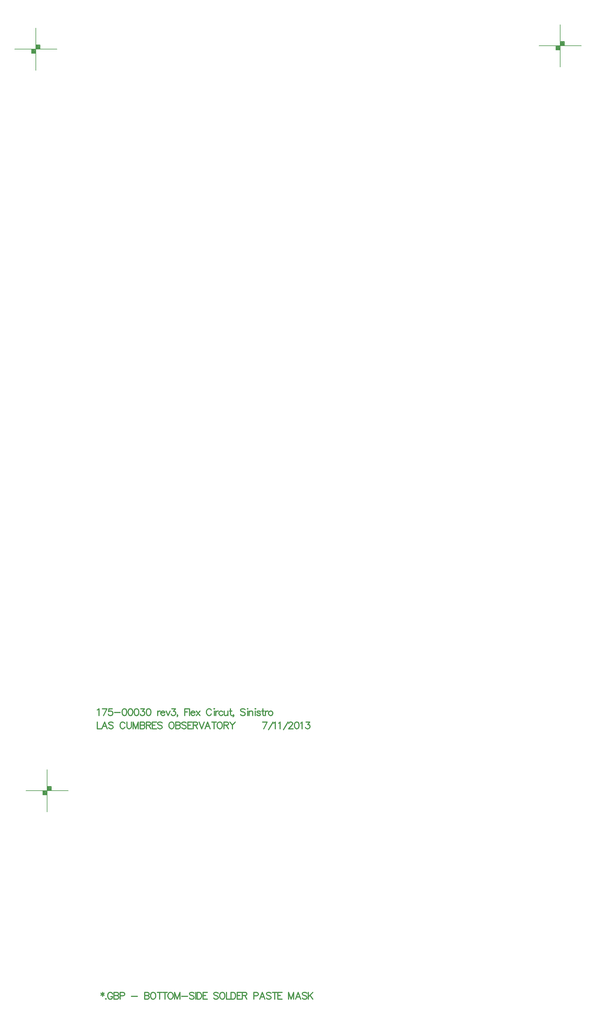
<source format=gbp>
%FSLAX23Y23*%
%MOIN*%
G70*
G01*
G75*
G04 Layer_Color=128*
%ADD10C,0.030*%
%ADD11C,0.010*%
%ADD12R,0.059X0.118*%
%ADD13R,0.010X0.035*%
%ADD14R,0.063X0.071*%
%ADD15C,0.007*%
%ADD16C,0.008*%
%ADD17C,0.005*%
%ADD18C,0.012*%
%ADD19C,0.012*%
%ADD20C,0.012*%
%ADD21C,0.070*%
%ADD22C,0.065*%
%ADD23C,0.035*%
%ADD24C,0.039*%
%ADD25C,0.055*%
%ADD26C,0.071*%
%ADD27C,0.020*%
%ADD28C,0.030*%
%ADD29C,0.024*%
%ADD30C,0.008*%
%ADD31R,0.067X0.126*%
%ADD32R,0.018X0.043*%
%ADD33R,0.071X0.079*%
%ADD34C,0.078*%
%ADD35C,0.073*%
%ADD36C,0.043*%
%ADD37C,0.047*%
%ADD38C,0.063*%
%ADD39C,0.079*%
%ADD40C,0.028*%
%ADD41C,0.038*%
%ADD42C,0.032*%
D16*
X31094Y22868D02*
X31594D01*
X31344Y22618D02*
Y23118D01*
X31394Y22868D02*
Y22918D01*
X31344D02*
X31394D01*
X31294Y22818D02*
Y22868D01*
Y22818D02*
X31344D01*
X31299Y22863D02*
X31339D01*
X31299Y22823D02*
Y22863D01*
Y22823D02*
X31339D01*
Y22863D01*
X31304Y22858D02*
X31334D01*
X31304Y22828D02*
Y22858D01*
Y22828D02*
X31334D01*
Y22853D01*
X31309D02*
X31329D01*
X31309Y22833D02*
Y22853D01*
Y22833D02*
X31329D01*
Y22848D01*
X31314D02*
X31324D01*
X31314Y22838D02*
Y22848D01*
Y22838D02*
X31324D01*
Y22848D01*
X31314Y22843D02*
X31324D01*
X31349Y22913D02*
X31389D01*
X31349Y22873D02*
Y22913D01*
Y22873D02*
X31389D01*
Y22913D01*
X31354Y22908D02*
X31384D01*
X31354Y22878D02*
Y22908D01*
Y22878D02*
X31384D01*
Y22903D01*
X31359D02*
X31379D01*
X31359Y22883D02*
Y22903D01*
Y22883D02*
X31379D01*
Y22898D01*
X31364D02*
X31374D01*
X31364Y22888D02*
Y22898D01*
Y22888D02*
X31374D01*
Y22898D01*
X31364Y22893D02*
X31374D01*
X24895Y22828D02*
X25395D01*
X25145Y22578D02*
Y23078D01*
X25195Y22828D02*
Y22878D01*
X25145D02*
X25195D01*
X25095Y22778D02*
Y22828D01*
Y22778D02*
X25145D01*
X25100Y22823D02*
X25140D01*
X25100Y22783D02*
Y22823D01*
Y22783D02*
X25140D01*
Y22823D01*
X25105Y22818D02*
X25135D01*
X25105Y22788D02*
Y22818D01*
Y22788D02*
X25135D01*
Y22813D01*
X25110D02*
X25130D01*
X25110Y22793D02*
Y22813D01*
Y22793D02*
X25130D01*
Y22808D01*
X25115D02*
X25125D01*
X25115Y22798D02*
Y22808D01*
Y22798D02*
X25125D01*
Y22808D01*
X25115Y22803D02*
X25125D01*
X25150Y22873D02*
X25190D01*
X25150Y22833D02*
Y22873D01*
Y22833D02*
X25190D01*
Y22873D01*
X25155Y22868D02*
X25185D01*
X25155Y22838D02*
Y22868D01*
Y22838D02*
X25185D01*
Y22863D01*
X25160D02*
X25180D01*
X25160Y22843D02*
Y22863D01*
Y22843D02*
X25180D01*
Y22858D01*
X25165D02*
X25175D01*
X25165Y22848D02*
Y22858D01*
Y22848D02*
X25175D01*
Y22858D01*
X25165Y22853D02*
X25175D01*
X25030Y14069D02*
X25530D01*
X25280Y13819D02*
Y14319D01*
X25330Y14069D02*
Y14119D01*
X25280D02*
X25330D01*
X25230Y14019D02*
Y14069D01*
Y14019D02*
X25280D01*
X25235Y14064D02*
X25275D01*
X25235Y14024D02*
Y14064D01*
Y14024D02*
X25275D01*
Y14064D01*
X25240Y14059D02*
X25270D01*
X25240Y14029D02*
Y14059D01*
Y14029D02*
X25270D01*
Y14054D01*
X25245D02*
X25265D01*
X25245Y14034D02*
Y14054D01*
Y14034D02*
X25265D01*
Y14049D01*
X25250D02*
X25260D01*
X25250Y14039D02*
Y14049D01*
Y14039D02*
X25260D01*
Y14049D01*
X25250Y14044D02*
X25260D01*
X25285Y14114D02*
X25325D01*
X25285Y14074D02*
Y14114D01*
Y14074D02*
X25325D01*
Y14114D01*
X25290Y14109D02*
X25320D01*
X25290Y14079D02*
Y14109D01*
Y14079D02*
X25320D01*
Y14104D01*
X25295D02*
X25315D01*
X25295Y14084D02*
Y14104D01*
Y14084D02*
X25315D01*
Y14099D01*
X25300D02*
X25310D01*
X25300Y14089D02*
Y14099D01*
Y14089D02*
X25310D01*
Y14099D01*
X25300Y14094D02*
X25310D01*
D19*
X25874Y14880D02*
Y14800D01*
X25920D01*
X25989D02*
X25959Y14880D01*
X25928Y14800D01*
X25940Y14827D02*
X25978D01*
X26061Y14868D02*
X26054Y14876D01*
X26042Y14880D01*
X26027D01*
X26016Y14876D01*
X26008Y14868D01*
Y14861D01*
X26012Y14853D01*
X26016Y14849D01*
X26023Y14846D01*
X26046Y14838D01*
X26054Y14834D01*
X26057Y14830D01*
X26061Y14823D01*
Y14811D01*
X26054Y14804D01*
X26042Y14800D01*
X26027D01*
X26016Y14804D01*
X26008Y14811D01*
X26199Y14861D02*
X26195Y14868D01*
X26188Y14876D01*
X26180Y14880D01*
X26165D01*
X26157Y14876D01*
X26150Y14868D01*
X26146Y14861D01*
X26142Y14849D01*
Y14830D01*
X26146Y14819D01*
X26150Y14811D01*
X26157Y14804D01*
X26165Y14800D01*
X26180D01*
X26188Y14804D01*
X26195Y14811D01*
X26199Y14819D01*
X26222Y14880D02*
Y14823D01*
X26225Y14811D01*
X26233Y14804D01*
X26244Y14800D01*
X26252D01*
X26264Y14804D01*
X26271Y14811D01*
X26275Y14823D01*
Y14880D01*
X26297D02*
Y14800D01*
Y14880D02*
X26327Y14800D01*
X26358Y14880D02*
X26327Y14800D01*
X26358Y14880D02*
Y14800D01*
X26381Y14880D02*
Y14800D01*
Y14880D02*
X26415D01*
X26427Y14876D01*
X26430Y14872D01*
X26434Y14865D01*
Y14857D01*
X26430Y14849D01*
X26427Y14846D01*
X26415Y14842D01*
X26381D02*
X26415D01*
X26427Y14838D01*
X26430Y14834D01*
X26434Y14827D01*
Y14815D01*
X26430Y14808D01*
X26427Y14804D01*
X26415Y14800D01*
X26381D01*
X26452Y14880D02*
Y14800D01*
Y14880D02*
X26486D01*
X26498Y14876D01*
X26502Y14872D01*
X26505Y14865D01*
Y14857D01*
X26502Y14849D01*
X26498Y14846D01*
X26486Y14842D01*
X26452D01*
X26479D02*
X26505Y14800D01*
X26573Y14880D02*
X26523D01*
Y14800D01*
X26573D01*
X26523Y14842D02*
X26554D01*
X26639Y14868D02*
X26632Y14876D01*
X26620Y14880D01*
X26605D01*
X26594Y14876D01*
X26586Y14868D01*
Y14861D01*
X26590Y14853D01*
X26594Y14849D01*
X26601Y14846D01*
X26624Y14838D01*
X26632Y14834D01*
X26636Y14830D01*
X26639Y14823D01*
Y14811D01*
X26632Y14804D01*
X26620Y14800D01*
X26605D01*
X26594Y14804D01*
X26586Y14811D01*
X26743Y14880D02*
X26735Y14876D01*
X26728Y14868D01*
X26724Y14861D01*
X26720Y14849D01*
Y14830D01*
X26724Y14819D01*
X26728Y14811D01*
X26735Y14804D01*
X26743Y14800D01*
X26758D01*
X26766Y14804D01*
X26773Y14811D01*
X26777Y14819D01*
X26781Y14830D01*
Y14849D01*
X26777Y14861D01*
X26773Y14868D01*
X26766Y14876D01*
X26758Y14880D01*
X26743D01*
X26800D02*
Y14800D01*
Y14880D02*
X26834D01*
X26845Y14876D01*
X26849Y14872D01*
X26853Y14865D01*
Y14857D01*
X26849Y14849D01*
X26845Y14846D01*
X26834Y14842D01*
X26800D02*
X26834D01*
X26845Y14838D01*
X26849Y14834D01*
X26853Y14827D01*
Y14815D01*
X26849Y14808D01*
X26845Y14804D01*
X26834Y14800D01*
X26800D01*
X26924Y14868D02*
X26917Y14876D01*
X26905Y14880D01*
X26890D01*
X26879Y14876D01*
X26871Y14868D01*
Y14861D01*
X26875Y14853D01*
X26879Y14849D01*
X26886Y14846D01*
X26909Y14838D01*
X26917Y14834D01*
X26921Y14830D01*
X26924Y14823D01*
Y14811D01*
X26917Y14804D01*
X26905Y14800D01*
X26890D01*
X26879Y14804D01*
X26871Y14811D01*
X26992Y14880D02*
X26942D01*
Y14800D01*
X26992D01*
X26942Y14842D02*
X26973D01*
X27005Y14880D02*
Y14800D01*
Y14880D02*
X27039D01*
X27051Y14876D01*
X27055Y14872D01*
X27058Y14865D01*
Y14857D01*
X27055Y14849D01*
X27051Y14846D01*
X27039Y14842D01*
X27005D01*
X27032D02*
X27058Y14800D01*
X27076Y14880D02*
X27107Y14800D01*
X27137Y14880D02*
X27107Y14800D01*
X27208D02*
X27178Y14880D01*
X27148Y14800D01*
X27159Y14827D02*
X27197D01*
X27254Y14880D02*
Y14800D01*
X27227Y14880D02*
X27280D01*
X27313D02*
X27305Y14876D01*
X27298Y14868D01*
X27294Y14861D01*
X27290Y14849D01*
Y14830D01*
X27294Y14819D01*
X27298Y14811D01*
X27305Y14804D01*
X27313Y14800D01*
X27328D01*
X27336Y14804D01*
X27343Y14811D01*
X27347Y14819D01*
X27351Y14830D01*
Y14849D01*
X27347Y14861D01*
X27343Y14868D01*
X27336Y14876D01*
X27328Y14880D01*
X27313D01*
X27370D02*
Y14800D01*
Y14880D02*
X27404D01*
X27415Y14876D01*
X27419Y14872D01*
X27423Y14865D01*
Y14857D01*
X27419Y14849D01*
X27415Y14846D01*
X27404Y14842D01*
X27370D01*
X27396D02*
X27423Y14800D01*
X27441Y14880D02*
X27471Y14842D01*
Y14800D01*
X27502Y14880D02*
X27471Y14842D01*
X27880Y14880D02*
X27841Y14800D01*
X27826Y14880D02*
X27880D01*
X27897Y14788D02*
X27951Y14880D01*
X27956Y14865D02*
X27964Y14868D01*
X27975Y14880D01*
Y14800D01*
X28015Y14865D02*
X28022Y14868D01*
X28034Y14880D01*
Y14800D01*
X28073Y14788D02*
X28127Y14880D01*
X28136Y14861D02*
Y14865D01*
X28140Y14872D01*
X28143Y14876D01*
X28151Y14880D01*
X28166D01*
X28174Y14876D01*
X28178Y14872D01*
X28182Y14865D01*
Y14857D01*
X28178Y14849D01*
X28170Y14838D01*
X28132Y14800D01*
X28185D01*
X28226Y14880D02*
X28215Y14876D01*
X28207Y14865D01*
X28203Y14846D01*
Y14834D01*
X28207Y14815D01*
X28215Y14804D01*
X28226Y14800D01*
X28234D01*
X28245Y14804D01*
X28253Y14815D01*
X28257Y14834D01*
Y14846D01*
X28253Y14865D01*
X28245Y14876D01*
X28234Y14880D01*
X28226D01*
X28275Y14865D02*
X28282Y14868D01*
X28294Y14880D01*
Y14800D01*
X28341Y14880D02*
X28383D01*
X28360Y14849D01*
X28371D01*
X28379Y14846D01*
X28383Y14842D01*
X28386Y14830D01*
Y14823D01*
X28383Y14811D01*
X28375Y14804D01*
X28364Y14800D01*
X28352D01*
X28341Y14804D01*
X28337Y14808D01*
X28333Y14815D01*
D20*
X25935Y11686D02*
Y11640D01*
X25916Y11674D02*
X25954Y11651D01*
Y11674D02*
X25916Y11651D01*
X25975Y11613D02*
X25971Y11609D01*
X25975Y11606D01*
X25978Y11609D01*
X25975Y11613D01*
X26053Y11666D02*
X26049Y11674D01*
X26042Y11682D01*
X26034Y11686D01*
X26019D01*
X26011Y11682D01*
X26003Y11674D01*
X26000Y11666D01*
X25996Y11655D01*
Y11636D01*
X26000Y11625D01*
X26003Y11617D01*
X26011Y11609D01*
X26019Y11606D01*
X26034D01*
X26042Y11609D01*
X26049Y11617D01*
X26053Y11625D01*
Y11636D01*
X26034D02*
X26053D01*
X26071Y11686D02*
Y11606D01*
Y11686D02*
X26106D01*
X26117Y11682D01*
X26121Y11678D01*
X26125Y11670D01*
Y11663D01*
X26121Y11655D01*
X26117Y11651D01*
X26106Y11647D01*
X26071D02*
X26106D01*
X26117Y11644D01*
X26121Y11640D01*
X26125Y11632D01*
Y11621D01*
X26121Y11613D01*
X26117Y11609D01*
X26106Y11606D01*
X26071D01*
X26142Y11644D02*
X26177D01*
X26188Y11647D01*
X26192Y11651D01*
X26196Y11659D01*
Y11670D01*
X26192Y11678D01*
X26188Y11682D01*
X26177Y11686D01*
X26142D01*
Y11606D01*
X26277Y11640D02*
X26345D01*
X26432Y11686D02*
Y11606D01*
Y11686D02*
X26466D01*
X26477Y11682D01*
X26481Y11678D01*
X26485Y11670D01*
Y11663D01*
X26481Y11655D01*
X26477Y11651D01*
X26466Y11647D01*
X26432D02*
X26466D01*
X26477Y11644D01*
X26481Y11640D01*
X26485Y11632D01*
Y11621D01*
X26481Y11613D01*
X26477Y11609D01*
X26466Y11606D01*
X26432D01*
X26526Y11686D02*
X26518Y11682D01*
X26510Y11674D01*
X26507Y11666D01*
X26503Y11655D01*
Y11636D01*
X26507Y11625D01*
X26510Y11617D01*
X26518Y11609D01*
X26526Y11606D01*
X26541D01*
X26548Y11609D01*
X26556Y11617D01*
X26560Y11625D01*
X26564Y11636D01*
Y11655D01*
X26560Y11666D01*
X26556Y11674D01*
X26548Y11682D01*
X26541Y11686D01*
X26526D01*
X26609D02*
Y11606D01*
X26582Y11686D02*
X26636D01*
X26672D02*
Y11606D01*
X26645Y11686D02*
X26699D01*
X26731D02*
X26723Y11682D01*
X26716Y11674D01*
X26712Y11666D01*
X26708Y11655D01*
Y11636D01*
X26712Y11625D01*
X26716Y11617D01*
X26723Y11609D01*
X26731Y11606D01*
X26746D01*
X26754Y11609D01*
X26761Y11617D01*
X26765Y11625D01*
X26769Y11636D01*
Y11655D01*
X26765Y11666D01*
X26761Y11674D01*
X26754Y11682D01*
X26746Y11686D01*
X26731D01*
X26788D02*
Y11606D01*
Y11686D02*
X26818Y11606D01*
X26849Y11686D02*
X26818Y11606D01*
X26849Y11686D02*
Y11606D01*
X26871Y11640D02*
X26940D01*
X27017Y11674D02*
X27009Y11682D01*
X26998Y11686D01*
X26983D01*
X26971Y11682D01*
X26964Y11674D01*
Y11666D01*
X26967Y11659D01*
X26971Y11655D01*
X26979Y11651D01*
X27002Y11644D01*
X27009Y11640D01*
X27013Y11636D01*
X27017Y11628D01*
Y11617D01*
X27009Y11609D01*
X26998Y11606D01*
X26983D01*
X26971Y11609D01*
X26964Y11617D01*
X27035Y11686D02*
Y11606D01*
X27052Y11686D02*
Y11606D01*
Y11686D02*
X27078D01*
X27090Y11682D01*
X27097Y11674D01*
X27101Y11666D01*
X27105Y11655D01*
Y11636D01*
X27101Y11625D01*
X27097Y11617D01*
X27090Y11609D01*
X27078Y11606D01*
X27052D01*
X27172Y11686D02*
X27123D01*
Y11606D01*
X27172D01*
X27123Y11647D02*
X27153D01*
X27302Y11674D02*
X27294Y11682D01*
X27283Y11686D01*
X27268D01*
X27256Y11682D01*
X27249Y11674D01*
Y11666D01*
X27252Y11659D01*
X27256Y11655D01*
X27264Y11651D01*
X27287Y11644D01*
X27294Y11640D01*
X27298Y11636D01*
X27302Y11628D01*
Y11617D01*
X27294Y11609D01*
X27283Y11606D01*
X27268D01*
X27256Y11609D01*
X27249Y11617D01*
X27343Y11686D02*
X27335Y11682D01*
X27327Y11674D01*
X27324Y11666D01*
X27320Y11655D01*
Y11636D01*
X27324Y11625D01*
X27327Y11617D01*
X27335Y11609D01*
X27343Y11606D01*
X27358D01*
X27365Y11609D01*
X27373Y11617D01*
X27377Y11625D01*
X27381Y11636D01*
Y11655D01*
X27377Y11666D01*
X27373Y11674D01*
X27365Y11682D01*
X27358Y11686D01*
X27343D01*
X27399D02*
Y11606D01*
X27445D01*
X27454Y11686D02*
Y11606D01*
Y11686D02*
X27480D01*
X27492Y11682D01*
X27500Y11674D01*
X27503Y11666D01*
X27507Y11655D01*
Y11636D01*
X27503Y11625D01*
X27500Y11617D01*
X27492Y11609D01*
X27480Y11606D01*
X27454D01*
X27575Y11686D02*
X27525D01*
Y11606D01*
X27575D01*
X27525Y11647D02*
X27555D01*
X27588Y11686D02*
Y11606D01*
Y11686D02*
X27622D01*
X27634Y11682D01*
X27637Y11678D01*
X27641Y11670D01*
Y11663D01*
X27637Y11655D01*
X27634Y11651D01*
X27622Y11647D01*
X27588D01*
X27615D02*
X27641Y11606D01*
X27722Y11644D02*
X27756D01*
X27768Y11647D01*
X27771Y11651D01*
X27775Y11659D01*
Y11670D01*
X27771Y11678D01*
X27768Y11682D01*
X27756Y11686D01*
X27722D01*
Y11606D01*
X27854D02*
X27824Y11686D01*
X27793Y11606D01*
X27805Y11632D02*
X27843D01*
X27926Y11674D02*
X27918Y11682D01*
X27907Y11686D01*
X27892D01*
X27880Y11682D01*
X27873Y11674D01*
Y11666D01*
X27877Y11659D01*
X27880Y11655D01*
X27888Y11651D01*
X27911Y11644D01*
X27918Y11640D01*
X27922Y11636D01*
X27926Y11628D01*
Y11617D01*
X27918Y11609D01*
X27907Y11606D01*
X27892D01*
X27880Y11609D01*
X27873Y11617D01*
X27971Y11686D02*
Y11606D01*
X27944Y11686D02*
X27997D01*
X28056D02*
X28007D01*
Y11606D01*
X28056D01*
X28007Y11647D02*
X28037D01*
X28133Y11686D02*
Y11606D01*
Y11686D02*
X28163Y11606D01*
X28193Y11686D02*
X28163Y11606D01*
X28193Y11686D02*
Y11606D01*
X28277D02*
X28247Y11686D01*
X28216Y11606D01*
X28228Y11632D02*
X28266D01*
X28349Y11674D02*
X28342Y11682D01*
X28330Y11686D01*
X28315D01*
X28304Y11682D01*
X28296Y11674D01*
Y11666D01*
X28300Y11659D01*
X28304Y11655D01*
X28311Y11651D01*
X28334Y11644D01*
X28342Y11640D01*
X28345Y11636D01*
X28349Y11628D01*
Y11617D01*
X28342Y11609D01*
X28330Y11606D01*
X28315D01*
X28304Y11609D01*
X28296Y11617D01*
X28367Y11686D02*
Y11606D01*
X28420Y11686D02*
X28367Y11632D01*
X28386Y11651D02*
X28420Y11606D01*
X25874Y15021D02*
X25881Y15025D01*
X25893Y15036D01*
Y14956D01*
X25986Y15036D02*
X25948Y14956D01*
X25933Y15036D02*
X25986D01*
X26049D02*
X26011D01*
X26008Y15002D01*
X26011Y15006D01*
X26023Y15010D01*
X26034D01*
X26046Y15006D01*
X26053Y14998D01*
X26057Y14987D01*
Y14979D01*
X26053Y14968D01*
X26046Y14960D01*
X26034Y14956D01*
X26023D01*
X26011Y14960D01*
X26008Y14964D01*
X26004Y14971D01*
X26075Y14991D02*
X26144D01*
X26190Y15036D02*
X26179Y15032D01*
X26171Y15021D01*
X26167Y15002D01*
Y14991D01*
X26171Y14971D01*
X26179Y14960D01*
X26190Y14956D01*
X26198D01*
X26209Y14960D01*
X26217Y14971D01*
X26220Y14991D01*
Y15002D01*
X26217Y15021D01*
X26209Y15032D01*
X26198Y15036D01*
X26190D01*
X26261D02*
X26250Y15032D01*
X26242Y15021D01*
X26238Y15002D01*
Y14991D01*
X26242Y14971D01*
X26250Y14960D01*
X26261Y14956D01*
X26269D01*
X26280Y14960D01*
X26288Y14971D01*
X26292Y14991D01*
Y15002D01*
X26288Y15021D01*
X26280Y15032D01*
X26269Y15036D01*
X26261D01*
X26332D02*
X26321Y15032D01*
X26313Y15021D01*
X26310Y15002D01*
Y14991D01*
X26313Y14971D01*
X26321Y14960D01*
X26332Y14956D01*
X26340D01*
X26351Y14960D01*
X26359Y14971D01*
X26363Y14991D01*
Y15002D01*
X26359Y15021D01*
X26351Y15032D01*
X26340Y15036D01*
X26332D01*
X26388D02*
X26430D01*
X26407Y15006D01*
X26419D01*
X26427Y15002D01*
X26430Y14998D01*
X26434Y14987D01*
Y14979D01*
X26430Y14968D01*
X26423Y14960D01*
X26411Y14956D01*
X26400D01*
X26388Y14960D01*
X26385Y14964D01*
X26381Y14971D01*
X26475Y15036D02*
X26463Y15032D01*
X26456Y15021D01*
X26452Y15002D01*
Y14991D01*
X26456Y14971D01*
X26463Y14960D01*
X26475Y14956D01*
X26483D01*
X26494Y14960D01*
X26502Y14971D01*
X26505Y14991D01*
Y15002D01*
X26502Y15021D01*
X26494Y15032D01*
X26483Y15036D01*
X26475D01*
X26586Y15010D02*
Y14956D01*
Y14987D02*
X26590Y14998D01*
X26598Y15006D01*
X26605Y15010D01*
X26617D01*
X26624Y14987D02*
X26670D01*
Y14994D01*
X26666Y15002D01*
X26662Y15006D01*
X26654Y15010D01*
X26643D01*
X26635Y15006D01*
X26628Y14998D01*
X26624Y14987D01*
Y14979D01*
X26628Y14968D01*
X26635Y14960D01*
X26643Y14956D01*
X26654D01*
X26662Y14960D01*
X26670Y14968D01*
X26687Y15010D02*
X26710Y14956D01*
X26732Y15010D02*
X26710Y14956D01*
X26753Y15036D02*
X26795D01*
X26772Y15006D01*
X26783D01*
X26791Y15002D01*
X26795Y14998D01*
X26799Y14987D01*
Y14979D01*
X26795Y14968D01*
X26787Y14960D01*
X26776Y14956D01*
X26764D01*
X26753Y14960D01*
X26749Y14964D01*
X26745Y14971D01*
X26824Y14960D02*
X26820Y14956D01*
X26817Y14960D01*
X26820Y14964D01*
X26824Y14960D01*
Y14952D01*
X26820Y14945D01*
X26817Y14941D01*
X26905Y15036D02*
Y14956D01*
Y15036D02*
X26954D01*
X26905Y14998D02*
X26935D01*
X26963Y15036D02*
Y14956D01*
X26980Y14987D02*
X27026D01*
Y14994D01*
X27022Y15002D01*
X27018Y15006D01*
X27010Y15010D01*
X26999D01*
X26991Y15006D01*
X26984Y14998D01*
X26980Y14987D01*
Y14979D01*
X26984Y14968D01*
X26991Y14960D01*
X26999Y14956D01*
X27010D01*
X27018Y14960D01*
X27026Y14968D01*
X27043Y15010D02*
X27085Y14956D01*
Y15010D02*
X27043Y14956D01*
X27221Y15017D02*
X27218Y15025D01*
X27210Y15032D01*
X27202Y15036D01*
X27187D01*
X27179Y15032D01*
X27172Y15025D01*
X27168Y15017D01*
X27164Y15006D01*
Y14987D01*
X27168Y14975D01*
X27172Y14968D01*
X27179Y14960D01*
X27187Y14956D01*
X27202D01*
X27210Y14960D01*
X27218Y14968D01*
X27221Y14975D01*
X27251Y15036D02*
X27255Y15032D01*
X27259Y15036D01*
X27255Y15040D01*
X27251Y15036D01*
X27255Y15010D02*
Y14956D01*
X27273Y15010D02*
Y14956D01*
Y14987D02*
X27277Y14998D01*
X27285Y15006D01*
X27292Y15010D01*
X27304D01*
X27357Y14998D02*
X27349Y15006D01*
X27341Y15010D01*
X27330D01*
X27322Y15006D01*
X27315Y14998D01*
X27311Y14987D01*
Y14979D01*
X27315Y14968D01*
X27322Y14960D01*
X27330Y14956D01*
X27341D01*
X27349Y14960D01*
X27357Y14968D01*
X27374Y15010D02*
Y14971D01*
X27378Y14960D01*
X27385Y14956D01*
X27397D01*
X27404Y14960D01*
X27416Y14971D01*
Y15010D02*
Y14956D01*
X27448Y15036D02*
Y14971D01*
X27452Y14960D01*
X27459Y14956D01*
X27467D01*
X27437Y15010D02*
X27463D01*
X27486Y14960D02*
X27482Y14956D01*
X27478Y14960D01*
X27482Y14964D01*
X27486Y14960D01*
Y14952D01*
X27482Y14945D01*
X27478Y14941D01*
X27620Y15025D02*
X27612Y15032D01*
X27601Y15036D01*
X27586D01*
X27574Y15032D01*
X27566Y15025D01*
Y15017D01*
X27570Y15010D01*
X27574Y15006D01*
X27582Y15002D01*
X27605Y14994D01*
X27612Y14991D01*
X27616Y14987D01*
X27620Y14979D01*
Y14968D01*
X27612Y14960D01*
X27601Y14956D01*
X27586D01*
X27574Y14960D01*
X27566Y14968D01*
X27645Y15036D02*
X27649Y15032D01*
X27653Y15036D01*
X27649Y15040D01*
X27645Y15036D01*
X27649Y15010D02*
Y14956D01*
X27667Y15010D02*
Y14956D01*
Y14994D02*
X27678Y15006D01*
X27686Y15010D01*
X27697D01*
X27705Y15006D01*
X27709Y14994D01*
Y14956D01*
X27737Y15036D02*
X27741Y15032D01*
X27745Y15036D01*
X27741Y15040D01*
X27737Y15036D01*
X27741Y15010D02*
Y14956D01*
X27801Y14998D02*
X27797Y15006D01*
X27786Y15010D01*
X27774D01*
X27763Y15006D01*
X27759Y14998D01*
X27763Y14991D01*
X27771Y14987D01*
X27790Y14983D01*
X27797Y14979D01*
X27801Y14971D01*
Y14968D01*
X27797Y14960D01*
X27786Y14956D01*
X27774D01*
X27763Y14960D01*
X27759Y14968D01*
X27829Y15036D02*
Y14971D01*
X27833Y14960D01*
X27841Y14956D01*
X27848D01*
X27818Y15010D02*
X27844D01*
X27860D02*
Y14956D01*
Y14987D02*
X27864Y14998D01*
X27871Y15006D01*
X27879Y15010D01*
X27890D01*
X27916D02*
X27909Y15006D01*
X27901Y14998D01*
X27897Y14987D01*
Y14979D01*
X27901Y14968D01*
X27909Y14960D01*
X27916Y14956D01*
X27928D01*
X27936Y14960D01*
X27943Y14968D01*
X27947Y14979D01*
Y14987D01*
X27943Y14998D01*
X27936Y15006D01*
X27928Y15010D01*
X27916D01*
M02*

</source>
